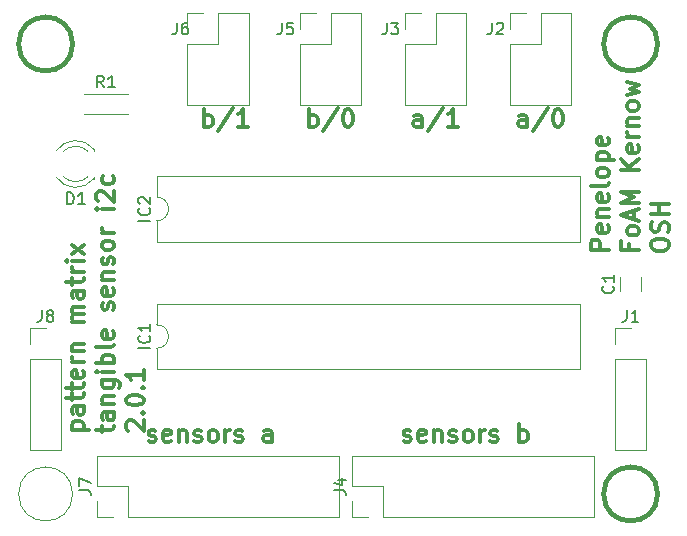
<source format=gto>
G04 #@! TF.FileFunction,Legend,Top*
%FSLAX46Y46*%
G04 Gerber Fmt 4.6, Leading zero omitted, Abs format (unit mm)*
G04 Created by KiCad (PCBNEW 4.0.6-e0-6349~53~ubuntu14.04.1) date Wed May 31 17:07:56 2017*
%MOMM*%
%LPD*%
G01*
G04 APERTURE LIST*
%ADD10C,0.100000*%
%ADD11C,0.300000*%
%ADD12C,0.120000*%
%ADD13C,0.381000*%
%ADD14C,0.150000*%
%ADD15C,0.254000*%
G04 APERTURE END LIST*
D10*
D11*
X225458571Y-144422857D02*
X223958571Y-144422857D01*
X223958571Y-143851429D01*
X224030000Y-143708571D01*
X224101429Y-143637143D01*
X224244286Y-143565714D01*
X224458571Y-143565714D01*
X224601429Y-143637143D01*
X224672857Y-143708571D01*
X224744286Y-143851429D01*
X224744286Y-144422857D01*
X225387143Y-142351429D02*
X225458571Y-142494286D01*
X225458571Y-142780000D01*
X225387143Y-142922857D01*
X225244286Y-142994286D01*
X224672857Y-142994286D01*
X224530000Y-142922857D01*
X224458571Y-142780000D01*
X224458571Y-142494286D01*
X224530000Y-142351429D01*
X224672857Y-142280000D01*
X224815714Y-142280000D01*
X224958571Y-142994286D01*
X224458571Y-141637143D02*
X225458571Y-141637143D01*
X224601429Y-141637143D02*
X224530000Y-141565715D01*
X224458571Y-141422857D01*
X224458571Y-141208572D01*
X224530000Y-141065715D01*
X224672857Y-140994286D01*
X225458571Y-140994286D01*
X225387143Y-139708572D02*
X225458571Y-139851429D01*
X225458571Y-140137143D01*
X225387143Y-140280000D01*
X225244286Y-140351429D01*
X224672857Y-140351429D01*
X224530000Y-140280000D01*
X224458571Y-140137143D01*
X224458571Y-139851429D01*
X224530000Y-139708572D01*
X224672857Y-139637143D01*
X224815714Y-139637143D01*
X224958571Y-140351429D01*
X225458571Y-138780000D02*
X225387143Y-138922858D01*
X225244286Y-138994286D01*
X223958571Y-138994286D01*
X225458571Y-137994286D02*
X225387143Y-138137144D01*
X225315714Y-138208572D01*
X225172857Y-138280001D01*
X224744286Y-138280001D01*
X224601429Y-138208572D01*
X224530000Y-138137144D01*
X224458571Y-137994286D01*
X224458571Y-137780001D01*
X224530000Y-137637144D01*
X224601429Y-137565715D01*
X224744286Y-137494286D01*
X225172857Y-137494286D01*
X225315714Y-137565715D01*
X225387143Y-137637144D01*
X225458571Y-137780001D01*
X225458571Y-137994286D01*
X224458571Y-136851429D02*
X225958571Y-136851429D01*
X224530000Y-136851429D02*
X224458571Y-136708572D01*
X224458571Y-136422858D01*
X224530000Y-136280001D01*
X224601429Y-136208572D01*
X224744286Y-136137143D01*
X225172857Y-136137143D01*
X225315714Y-136208572D01*
X225387143Y-136280001D01*
X225458571Y-136422858D01*
X225458571Y-136708572D01*
X225387143Y-136851429D01*
X225387143Y-134922858D02*
X225458571Y-135065715D01*
X225458571Y-135351429D01*
X225387143Y-135494286D01*
X225244286Y-135565715D01*
X224672857Y-135565715D01*
X224530000Y-135494286D01*
X224458571Y-135351429D01*
X224458571Y-135065715D01*
X224530000Y-134922858D01*
X224672857Y-134851429D01*
X224815714Y-134851429D01*
X224958571Y-135565715D01*
X227222857Y-143922857D02*
X227222857Y-144422857D01*
X228008571Y-144422857D02*
X226508571Y-144422857D01*
X226508571Y-143708571D01*
X228008571Y-142922857D02*
X227937143Y-143065715D01*
X227865714Y-143137143D01*
X227722857Y-143208572D01*
X227294286Y-143208572D01*
X227151429Y-143137143D01*
X227080000Y-143065715D01*
X227008571Y-142922857D01*
X227008571Y-142708572D01*
X227080000Y-142565715D01*
X227151429Y-142494286D01*
X227294286Y-142422857D01*
X227722857Y-142422857D01*
X227865714Y-142494286D01*
X227937143Y-142565715D01*
X228008571Y-142708572D01*
X228008571Y-142922857D01*
X227580000Y-141851429D02*
X227580000Y-141137143D01*
X228008571Y-141994286D02*
X226508571Y-141494286D01*
X228008571Y-140994286D01*
X228008571Y-140494286D02*
X226508571Y-140494286D01*
X227580000Y-139994286D01*
X226508571Y-139494286D01*
X228008571Y-139494286D01*
X228008571Y-137637143D02*
X226508571Y-137637143D01*
X228008571Y-136780000D02*
X227151429Y-137422857D01*
X226508571Y-136780000D02*
X227365714Y-137637143D01*
X227937143Y-135565715D02*
X228008571Y-135708572D01*
X228008571Y-135994286D01*
X227937143Y-136137143D01*
X227794286Y-136208572D01*
X227222857Y-136208572D01*
X227080000Y-136137143D01*
X227008571Y-135994286D01*
X227008571Y-135708572D01*
X227080000Y-135565715D01*
X227222857Y-135494286D01*
X227365714Y-135494286D01*
X227508571Y-136208572D01*
X228008571Y-134851429D02*
X227008571Y-134851429D01*
X227294286Y-134851429D02*
X227151429Y-134780001D01*
X227080000Y-134708572D01*
X227008571Y-134565715D01*
X227008571Y-134422858D01*
X227008571Y-133922858D02*
X228008571Y-133922858D01*
X227151429Y-133922858D02*
X227080000Y-133851430D01*
X227008571Y-133708572D01*
X227008571Y-133494287D01*
X227080000Y-133351430D01*
X227222857Y-133280001D01*
X228008571Y-133280001D01*
X228008571Y-132351429D02*
X227937143Y-132494287D01*
X227865714Y-132565715D01*
X227722857Y-132637144D01*
X227294286Y-132637144D01*
X227151429Y-132565715D01*
X227080000Y-132494287D01*
X227008571Y-132351429D01*
X227008571Y-132137144D01*
X227080000Y-131994287D01*
X227151429Y-131922858D01*
X227294286Y-131851429D01*
X227722857Y-131851429D01*
X227865714Y-131922858D01*
X227937143Y-131994287D01*
X228008571Y-132137144D01*
X228008571Y-132351429D01*
X227008571Y-131351429D02*
X228008571Y-131065715D01*
X227294286Y-130780001D01*
X228008571Y-130494286D01*
X227008571Y-130208572D01*
X229058571Y-144137143D02*
X229058571Y-143851429D01*
X229130000Y-143708571D01*
X229272857Y-143565714D01*
X229558571Y-143494286D01*
X230058571Y-143494286D01*
X230344286Y-143565714D01*
X230487143Y-143708571D01*
X230558571Y-143851429D01*
X230558571Y-144137143D01*
X230487143Y-144280000D01*
X230344286Y-144422857D01*
X230058571Y-144494286D01*
X229558571Y-144494286D01*
X229272857Y-144422857D01*
X229130000Y-144280000D01*
X229058571Y-144137143D01*
X230487143Y-142922857D02*
X230558571Y-142708571D01*
X230558571Y-142351428D01*
X230487143Y-142208571D01*
X230415714Y-142137142D01*
X230272857Y-142065714D01*
X230130000Y-142065714D01*
X229987143Y-142137142D01*
X229915714Y-142208571D01*
X229844286Y-142351428D01*
X229772857Y-142637142D01*
X229701429Y-142780000D01*
X229630000Y-142851428D01*
X229487143Y-142922857D01*
X229344286Y-142922857D01*
X229201429Y-142851428D01*
X229130000Y-142780000D01*
X229058571Y-142637142D01*
X229058571Y-142280000D01*
X229130000Y-142065714D01*
X230558571Y-141422857D02*
X229058571Y-141422857D01*
X229772857Y-141422857D02*
X229772857Y-140565714D01*
X230558571Y-140565714D02*
X229058571Y-140565714D01*
X180008571Y-159662857D02*
X181508571Y-159662857D01*
X180080000Y-159662857D02*
X180008571Y-159520000D01*
X180008571Y-159234286D01*
X180080000Y-159091429D01*
X180151429Y-159020000D01*
X180294286Y-158948571D01*
X180722857Y-158948571D01*
X180865714Y-159020000D01*
X180937143Y-159091429D01*
X181008571Y-159234286D01*
X181008571Y-159520000D01*
X180937143Y-159662857D01*
X181008571Y-157662857D02*
X180222857Y-157662857D01*
X180080000Y-157734286D01*
X180008571Y-157877143D01*
X180008571Y-158162857D01*
X180080000Y-158305714D01*
X180937143Y-157662857D02*
X181008571Y-157805714D01*
X181008571Y-158162857D01*
X180937143Y-158305714D01*
X180794286Y-158377143D01*
X180651429Y-158377143D01*
X180508571Y-158305714D01*
X180437143Y-158162857D01*
X180437143Y-157805714D01*
X180365714Y-157662857D01*
X180008571Y-157162857D02*
X180008571Y-156591428D01*
X179508571Y-156948571D02*
X180794286Y-156948571D01*
X180937143Y-156877143D01*
X181008571Y-156734285D01*
X181008571Y-156591428D01*
X180008571Y-156305714D02*
X180008571Y-155734285D01*
X179508571Y-156091428D02*
X180794286Y-156091428D01*
X180937143Y-156020000D01*
X181008571Y-155877142D01*
X181008571Y-155734285D01*
X180937143Y-154662857D02*
X181008571Y-154805714D01*
X181008571Y-155091428D01*
X180937143Y-155234285D01*
X180794286Y-155305714D01*
X180222857Y-155305714D01*
X180080000Y-155234285D01*
X180008571Y-155091428D01*
X180008571Y-154805714D01*
X180080000Y-154662857D01*
X180222857Y-154591428D01*
X180365714Y-154591428D01*
X180508571Y-155305714D01*
X181008571Y-153948571D02*
X180008571Y-153948571D01*
X180294286Y-153948571D02*
X180151429Y-153877143D01*
X180080000Y-153805714D01*
X180008571Y-153662857D01*
X180008571Y-153520000D01*
X180008571Y-153020000D02*
X181008571Y-153020000D01*
X180151429Y-153020000D02*
X180080000Y-152948572D01*
X180008571Y-152805714D01*
X180008571Y-152591429D01*
X180080000Y-152448572D01*
X180222857Y-152377143D01*
X181008571Y-152377143D01*
X181008571Y-150520000D02*
X180008571Y-150520000D01*
X180151429Y-150520000D02*
X180080000Y-150448572D01*
X180008571Y-150305714D01*
X180008571Y-150091429D01*
X180080000Y-149948572D01*
X180222857Y-149877143D01*
X181008571Y-149877143D01*
X180222857Y-149877143D02*
X180080000Y-149805714D01*
X180008571Y-149662857D01*
X180008571Y-149448572D01*
X180080000Y-149305714D01*
X180222857Y-149234286D01*
X181008571Y-149234286D01*
X181008571Y-147877143D02*
X180222857Y-147877143D01*
X180080000Y-147948572D01*
X180008571Y-148091429D01*
X180008571Y-148377143D01*
X180080000Y-148520000D01*
X180937143Y-147877143D02*
X181008571Y-148020000D01*
X181008571Y-148377143D01*
X180937143Y-148520000D01*
X180794286Y-148591429D01*
X180651429Y-148591429D01*
X180508571Y-148520000D01*
X180437143Y-148377143D01*
X180437143Y-148020000D01*
X180365714Y-147877143D01*
X180008571Y-147377143D02*
X180008571Y-146805714D01*
X179508571Y-147162857D02*
X180794286Y-147162857D01*
X180937143Y-147091429D01*
X181008571Y-146948571D01*
X181008571Y-146805714D01*
X181008571Y-146305714D02*
X180008571Y-146305714D01*
X180294286Y-146305714D02*
X180151429Y-146234286D01*
X180080000Y-146162857D01*
X180008571Y-146020000D01*
X180008571Y-145877143D01*
X181008571Y-145377143D02*
X180008571Y-145377143D01*
X179508571Y-145377143D02*
X179580000Y-145448572D01*
X179651429Y-145377143D01*
X179580000Y-145305715D01*
X179508571Y-145377143D01*
X179651429Y-145377143D01*
X181008571Y-144805714D02*
X180008571Y-144020000D01*
X180008571Y-144805714D02*
X181008571Y-144020000D01*
X182558571Y-159877143D02*
X182558571Y-159305714D01*
X182058571Y-159662857D02*
X183344286Y-159662857D01*
X183487143Y-159591429D01*
X183558571Y-159448571D01*
X183558571Y-159305714D01*
X183558571Y-158162857D02*
X182772857Y-158162857D01*
X182630000Y-158234286D01*
X182558571Y-158377143D01*
X182558571Y-158662857D01*
X182630000Y-158805714D01*
X183487143Y-158162857D02*
X183558571Y-158305714D01*
X183558571Y-158662857D01*
X183487143Y-158805714D01*
X183344286Y-158877143D01*
X183201429Y-158877143D01*
X183058571Y-158805714D01*
X182987143Y-158662857D01*
X182987143Y-158305714D01*
X182915714Y-158162857D01*
X182558571Y-157448571D02*
X183558571Y-157448571D01*
X182701429Y-157448571D02*
X182630000Y-157377143D01*
X182558571Y-157234285D01*
X182558571Y-157020000D01*
X182630000Y-156877143D01*
X182772857Y-156805714D01*
X183558571Y-156805714D01*
X182558571Y-155448571D02*
X183772857Y-155448571D01*
X183915714Y-155520000D01*
X183987143Y-155591428D01*
X184058571Y-155734285D01*
X184058571Y-155948571D01*
X183987143Y-156091428D01*
X183487143Y-155448571D02*
X183558571Y-155591428D01*
X183558571Y-155877142D01*
X183487143Y-156020000D01*
X183415714Y-156091428D01*
X183272857Y-156162857D01*
X182844286Y-156162857D01*
X182701429Y-156091428D01*
X182630000Y-156020000D01*
X182558571Y-155877142D01*
X182558571Y-155591428D01*
X182630000Y-155448571D01*
X183558571Y-154734285D02*
X182558571Y-154734285D01*
X182058571Y-154734285D02*
X182130000Y-154805714D01*
X182201429Y-154734285D01*
X182130000Y-154662857D01*
X182058571Y-154734285D01*
X182201429Y-154734285D01*
X183558571Y-154019999D02*
X182058571Y-154019999D01*
X182630000Y-154019999D02*
X182558571Y-153877142D01*
X182558571Y-153591428D01*
X182630000Y-153448571D01*
X182701429Y-153377142D01*
X182844286Y-153305713D01*
X183272857Y-153305713D01*
X183415714Y-153377142D01*
X183487143Y-153448571D01*
X183558571Y-153591428D01*
X183558571Y-153877142D01*
X183487143Y-154019999D01*
X183558571Y-152448570D02*
X183487143Y-152591428D01*
X183344286Y-152662856D01*
X182058571Y-152662856D01*
X183487143Y-151305714D02*
X183558571Y-151448571D01*
X183558571Y-151734285D01*
X183487143Y-151877142D01*
X183344286Y-151948571D01*
X182772857Y-151948571D01*
X182630000Y-151877142D01*
X182558571Y-151734285D01*
X182558571Y-151448571D01*
X182630000Y-151305714D01*
X182772857Y-151234285D01*
X182915714Y-151234285D01*
X183058571Y-151948571D01*
X183487143Y-149520000D02*
X183558571Y-149377143D01*
X183558571Y-149091428D01*
X183487143Y-148948571D01*
X183344286Y-148877143D01*
X183272857Y-148877143D01*
X183130000Y-148948571D01*
X183058571Y-149091428D01*
X183058571Y-149305714D01*
X182987143Y-149448571D01*
X182844286Y-149520000D01*
X182772857Y-149520000D01*
X182630000Y-149448571D01*
X182558571Y-149305714D01*
X182558571Y-149091428D01*
X182630000Y-148948571D01*
X183487143Y-147662857D02*
X183558571Y-147805714D01*
X183558571Y-148091428D01*
X183487143Y-148234285D01*
X183344286Y-148305714D01*
X182772857Y-148305714D01*
X182630000Y-148234285D01*
X182558571Y-148091428D01*
X182558571Y-147805714D01*
X182630000Y-147662857D01*
X182772857Y-147591428D01*
X182915714Y-147591428D01*
X183058571Y-148305714D01*
X182558571Y-146948571D02*
X183558571Y-146948571D01*
X182701429Y-146948571D02*
X182630000Y-146877143D01*
X182558571Y-146734285D01*
X182558571Y-146520000D01*
X182630000Y-146377143D01*
X182772857Y-146305714D01*
X183558571Y-146305714D01*
X183487143Y-145662857D02*
X183558571Y-145520000D01*
X183558571Y-145234285D01*
X183487143Y-145091428D01*
X183344286Y-145020000D01*
X183272857Y-145020000D01*
X183130000Y-145091428D01*
X183058571Y-145234285D01*
X183058571Y-145448571D01*
X182987143Y-145591428D01*
X182844286Y-145662857D01*
X182772857Y-145662857D01*
X182630000Y-145591428D01*
X182558571Y-145448571D01*
X182558571Y-145234285D01*
X182630000Y-145091428D01*
X183558571Y-144162856D02*
X183487143Y-144305714D01*
X183415714Y-144377142D01*
X183272857Y-144448571D01*
X182844286Y-144448571D01*
X182701429Y-144377142D01*
X182630000Y-144305714D01*
X182558571Y-144162856D01*
X182558571Y-143948571D01*
X182630000Y-143805714D01*
X182701429Y-143734285D01*
X182844286Y-143662856D01*
X183272857Y-143662856D01*
X183415714Y-143734285D01*
X183487143Y-143805714D01*
X183558571Y-143948571D01*
X183558571Y-144162856D01*
X183558571Y-143019999D02*
X182558571Y-143019999D01*
X182844286Y-143019999D02*
X182701429Y-142948571D01*
X182630000Y-142877142D01*
X182558571Y-142734285D01*
X182558571Y-142591428D01*
X183558571Y-140948571D02*
X182558571Y-140948571D01*
X182058571Y-140948571D02*
X182130000Y-141020000D01*
X182201429Y-140948571D01*
X182130000Y-140877143D01*
X182058571Y-140948571D01*
X182201429Y-140948571D01*
X182201429Y-140305714D02*
X182130000Y-140234285D01*
X182058571Y-140091428D01*
X182058571Y-139734285D01*
X182130000Y-139591428D01*
X182201429Y-139519999D01*
X182344286Y-139448571D01*
X182487143Y-139448571D01*
X182701429Y-139519999D01*
X183558571Y-140377142D01*
X183558571Y-139448571D01*
X183487143Y-138162857D02*
X183558571Y-138305714D01*
X183558571Y-138591428D01*
X183487143Y-138734286D01*
X183415714Y-138805714D01*
X183272857Y-138877143D01*
X182844286Y-138877143D01*
X182701429Y-138805714D01*
X182630000Y-138734286D01*
X182558571Y-138591428D01*
X182558571Y-138305714D01*
X182630000Y-138162857D01*
X184751429Y-159734286D02*
X184680000Y-159662857D01*
X184608571Y-159520000D01*
X184608571Y-159162857D01*
X184680000Y-159020000D01*
X184751429Y-158948571D01*
X184894286Y-158877143D01*
X185037143Y-158877143D01*
X185251429Y-158948571D01*
X186108571Y-159805714D01*
X186108571Y-158877143D01*
X185965714Y-158234286D02*
X186037143Y-158162858D01*
X186108571Y-158234286D01*
X186037143Y-158305715D01*
X185965714Y-158234286D01*
X186108571Y-158234286D01*
X184608571Y-157234286D02*
X184608571Y-157091429D01*
X184680000Y-156948572D01*
X184751429Y-156877143D01*
X184894286Y-156805714D01*
X185180000Y-156734286D01*
X185537143Y-156734286D01*
X185822857Y-156805714D01*
X185965714Y-156877143D01*
X186037143Y-156948572D01*
X186108571Y-157091429D01*
X186108571Y-157234286D01*
X186037143Y-157377143D01*
X185965714Y-157448572D01*
X185822857Y-157520000D01*
X185537143Y-157591429D01*
X185180000Y-157591429D01*
X184894286Y-157520000D01*
X184751429Y-157448572D01*
X184680000Y-157377143D01*
X184608571Y-157234286D01*
X185965714Y-156091429D02*
X186037143Y-156020001D01*
X186108571Y-156091429D01*
X186037143Y-156162858D01*
X185965714Y-156091429D01*
X186108571Y-156091429D01*
X186108571Y-154591429D02*
X186108571Y-155448572D01*
X186108571Y-155020000D02*
X184608571Y-155020000D01*
X184822857Y-155162857D01*
X184965714Y-155305715D01*
X185037143Y-155448572D01*
X186520000Y-160627143D02*
X186662857Y-160698571D01*
X186948572Y-160698571D01*
X187091429Y-160627143D01*
X187162857Y-160484286D01*
X187162857Y-160412857D01*
X187091429Y-160270000D01*
X186948572Y-160198571D01*
X186734286Y-160198571D01*
X186591429Y-160127143D01*
X186520000Y-159984286D01*
X186520000Y-159912857D01*
X186591429Y-159770000D01*
X186734286Y-159698571D01*
X186948572Y-159698571D01*
X187091429Y-159770000D01*
X188377143Y-160627143D02*
X188234286Y-160698571D01*
X187948572Y-160698571D01*
X187805715Y-160627143D01*
X187734286Y-160484286D01*
X187734286Y-159912857D01*
X187805715Y-159770000D01*
X187948572Y-159698571D01*
X188234286Y-159698571D01*
X188377143Y-159770000D01*
X188448572Y-159912857D01*
X188448572Y-160055714D01*
X187734286Y-160198571D01*
X189091429Y-159698571D02*
X189091429Y-160698571D01*
X189091429Y-159841429D02*
X189162857Y-159770000D01*
X189305715Y-159698571D01*
X189520000Y-159698571D01*
X189662857Y-159770000D01*
X189734286Y-159912857D01*
X189734286Y-160698571D01*
X190377143Y-160627143D02*
X190520000Y-160698571D01*
X190805715Y-160698571D01*
X190948572Y-160627143D01*
X191020000Y-160484286D01*
X191020000Y-160412857D01*
X190948572Y-160270000D01*
X190805715Y-160198571D01*
X190591429Y-160198571D01*
X190448572Y-160127143D01*
X190377143Y-159984286D01*
X190377143Y-159912857D01*
X190448572Y-159770000D01*
X190591429Y-159698571D01*
X190805715Y-159698571D01*
X190948572Y-159770000D01*
X191877144Y-160698571D02*
X191734286Y-160627143D01*
X191662858Y-160555714D01*
X191591429Y-160412857D01*
X191591429Y-159984286D01*
X191662858Y-159841429D01*
X191734286Y-159770000D01*
X191877144Y-159698571D01*
X192091429Y-159698571D01*
X192234286Y-159770000D01*
X192305715Y-159841429D01*
X192377144Y-159984286D01*
X192377144Y-160412857D01*
X192305715Y-160555714D01*
X192234286Y-160627143D01*
X192091429Y-160698571D01*
X191877144Y-160698571D01*
X193020001Y-160698571D02*
X193020001Y-159698571D01*
X193020001Y-159984286D02*
X193091429Y-159841429D01*
X193162858Y-159770000D01*
X193305715Y-159698571D01*
X193448572Y-159698571D01*
X193877143Y-160627143D02*
X194020000Y-160698571D01*
X194305715Y-160698571D01*
X194448572Y-160627143D01*
X194520000Y-160484286D01*
X194520000Y-160412857D01*
X194448572Y-160270000D01*
X194305715Y-160198571D01*
X194091429Y-160198571D01*
X193948572Y-160127143D01*
X193877143Y-159984286D01*
X193877143Y-159912857D01*
X193948572Y-159770000D01*
X194091429Y-159698571D01*
X194305715Y-159698571D01*
X194448572Y-159770000D01*
X196948572Y-160698571D02*
X196948572Y-159912857D01*
X196877143Y-159770000D01*
X196734286Y-159698571D01*
X196448572Y-159698571D01*
X196305715Y-159770000D01*
X196948572Y-160627143D02*
X196805715Y-160698571D01*
X196448572Y-160698571D01*
X196305715Y-160627143D01*
X196234286Y-160484286D01*
X196234286Y-160341429D01*
X196305715Y-160198571D01*
X196448572Y-160127143D01*
X196805715Y-160127143D01*
X196948572Y-160055714D01*
X208110000Y-160627143D02*
X208252857Y-160698571D01*
X208538572Y-160698571D01*
X208681429Y-160627143D01*
X208752857Y-160484286D01*
X208752857Y-160412857D01*
X208681429Y-160270000D01*
X208538572Y-160198571D01*
X208324286Y-160198571D01*
X208181429Y-160127143D01*
X208110000Y-159984286D01*
X208110000Y-159912857D01*
X208181429Y-159770000D01*
X208324286Y-159698571D01*
X208538572Y-159698571D01*
X208681429Y-159770000D01*
X209967143Y-160627143D02*
X209824286Y-160698571D01*
X209538572Y-160698571D01*
X209395715Y-160627143D01*
X209324286Y-160484286D01*
X209324286Y-159912857D01*
X209395715Y-159770000D01*
X209538572Y-159698571D01*
X209824286Y-159698571D01*
X209967143Y-159770000D01*
X210038572Y-159912857D01*
X210038572Y-160055714D01*
X209324286Y-160198571D01*
X210681429Y-159698571D02*
X210681429Y-160698571D01*
X210681429Y-159841429D02*
X210752857Y-159770000D01*
X210895715Y-159698571D01*
X211110000Y-159698571D01*
X211252857Y-159770000D01*
X211324286Y-159912857D01*
X211324286Y-160698571D01*
X211967143Y-160627143D02*
X212110000Y-160698571D01*
X212395715Y-160698571D01*
X212538572Y-160627143D01*
X212610000Y-160484286D01*
X212610000Y-160412857D01*
X212538572Y-160270000D01*
X212395715Y-160198571D01*
X212181429Y-160198571D01*
X212038572Y-160127143D01*
X211967143Y-159984286D01*
X211967143Y-159912857D01*
X212038572Y-159770000D01*
X212181429Y-159698571D01*
X212395715Y-159698571D01*
X212538572Y-159770000D01*
X213467144Y-160698571D02*
X213324286Y-160627143D01*
X213252858Y-160555714D01*
X213181429Y-160412857D01*
X213181429Y-159984286D01*
X213252858Y-159841429D01*
X213324286Y-159770000D01*
X213467144Y-159698571D01*
X213681429Y-159698571D01*
X213824286Y-159770000D01*
X213895715Y-159841429D01*
X213967144Y-159984286D01*
X213967144Y-160412857D01*
X213895715Y-160555714D01*
X213824286Y-160627143D01*
X213681429Y-160698571D01*
X213467144Y-160698571D01*
X214610001Y-160698571D02*
X214610001Y-159698571D01*
X214610001Y-159984286D02*
X214681429Y-159841429D01*
X214752858Y-159770000D01*
X214895715Y-159698571D01*
X215038572Y-159698571D01*
X215467143Y-160627143D02*
X215610000Y-160698571D01*
X215895715Y-160698571D01*
X216038572Y-160627143D01*
X216110000Y-160484286D01*
X216110000Y-160412857D01*
X216038572Y-160270000D01*
X215895715Y-160198571D01*
X215681429Y-160198571D01*
X215538572Y-160127143D01*
X215467143Y-159984286D01*
X215467143Y-159912857D01*
X215538572Y-159770000D01*
X215681429Y-159698571D01*
X215895715Y-159698571D01*
X216038572Y-159770000D01*
X217895715Y-160698571D02*
X217895715Y-159198571D01*
X217895715Y-159770000D02*
X218038572Y-159698571D01*
X218324286Y-159698571D01*
X218467143Y-159770000D01*
X218538572Y-159841429D01*
X218610001Y-159984286D01*
X218610001Y-160412857D01*
X218538572Y-160555714D01*
X218467143Y-160627143D01*
X218324286Y-160698571D01*
X218038572Y-160698571D01*
X217895715Y-160627143D01*
X191218572Y-134028571D02*
X191218572Y-132528571D01*
X191218572Y-133100000D02*
X191361429Y-133028571D01*
X191647143Y-133028571D01*
X191790000Y-133100000D01*
X191861429Y-133171429D01*
X191932858Y-133314286D01*
X191932858Y-133742857D01*
X191861429Y-133885714D01*
X191790000Y-133957143D01*
X191647143Y-134028571D01*
X191361429Y-134028571D01*
X191218572Y-133957143D01*
X193647143Y-132457143D02*
X192361429Y-134385714D01*
X194932858Y-134028571D02*
X194075715Y-134028571D01*
X194504287Y-134028571D02*
X194504287Y-132528571D01*
X194361430Y-132742857D01*
X194218572Y-132885714D01*
X194075715Y-132957143D01*
X200108572Y-134028571D02*
X200108572Y-132528571D01*
X200108572Y-133100000D02*
X200251429Y-133028571D01*
X200537143Y-133028571D01*
X200680000Y-133100000D01*
X200751429Y-133171429D01*
X200822858Y-133314286D01*
X200822858Y-133742857D01*
X200751429Y-133885714D01*
X200680000Y-133957143D01*
X200537143Y-134028571D01*
X200251429Y-134028571D01*
X200108572Y-133957143D01*
X202537143Y-132457143D02*
X201251429Y-134385714D01*
X203322858Y-132528571D02*
X203465715Y-132528571D01*
X203608572Y-132600000D01*
X203680001Y-132671429D01*
X203751430Y-132814286D01*
X203822858Y-133100000D01*
X203822858Y-133457143D01*
X203751430Y-133742857D01*
X203680001Y-133885714D01*
X203608572Y-133957143D01*
X203465715Y-134028571D01*
X203322858Y-134028571D01*
X203180001Y-133957143D01*
X203108572Y-133885714D01*
X203037144Y-133742857D01*
X202965715Y-133457143D01*
X202965715Y-133100000D01*
X203037144Y-132814286D01*
X203108572Y-132671429D01*
X203180001Y-132600000D01*
X203322858Y-132528571D01*
X209641429Y-134028571D02*
X209641429Y-133242857D01*
X209570000Y-133100000D01*
X209427143Y-133028571D01*
X209141429Y-133028571D01*
X208998572Y-133100000D01*
X209641429Y-133957143D02*
X209498572Y-134028571D01*
X209141429Y-134028571D01*
X208998572Y-133957143D01*
X208927143Y-133814286D01*
X208927143Y-133671429D01*
X208998572Y-133528571D01*
X209141429Y-133457143D01*
X209498572Y-133457143D01*
X209641429Y-133385714D01*
X211427143Y-132457143D02*
X210141429Y-134385714D01*
X212712858Y-134028571D02*
X211855715Y-134028571D01*
X212284287Y-134028571D02*
X212284287Y-132528571D01*
X212141430Y-132742857D01*
X211998572Y-132885714D01*
X211855715Y-132957143D01*
X218531429Y-134028571D02*
X218531429Y-133242857D01*
X218460000Y-133100000D01*
X218317143Y-133028571D01*
X218031429Y-133028571D01*
X217888572Y-133100000D01*
X218531429Y-133957143D02*
X218388572Y-134028571D01*
X218031429Y-134028571D01*
X217888572Y-133957143D01*
X217817143Y-133814286D01*
X217817143Y-133671429D01*
X217888572Y-133528571D01*
X218031429Y-133457143D01*
X218388572Y-133457143D01*
X218531429Y-133385714D01*
X220317143Y-132457143D02*
X219031429Y-134385714D01*
X221102858Y-132528571D02*
X221245715Y-132528571D01*
X221388572Y-132600000D01*
X221460001Y-132671429D01*
X221531430Y-132814286D01*
X221602858Y-133100000D01*
X221602858Y-133457143D01*
X221531430Y-133742857D01*
X221460001Y-133885714D01*
X221388572Y-133957143D01*
X221245715Y-134028571D01*
X221102858Y-134028571D01*
X220960001Y-133957143D01*
X220888572Y-133885714D01*
X220817144Y-133742857D01*
X220745715Y-133457143D01*
X220745715Y-133100000D01*
X220817144Y-132814286D01*
X220888572Y-132671429D01*
X220960001Y-132600000D01*
X221102858Y-132528571D01*
D12*
X181020000Y-131220000D02*
X184740000Y-131220000D01*
X181020000Y-132940000D02*
X184740000Y-132940000D01*
X178667665Y-138238608D02*
G75*
G03X181900000Y-138395516I1672335J1078608D01*
G01*
X178667665Y-136081392D02*
G75*
G02X181900000Y-135924484I1672335J-1078608D01*
G01*
X179298870Y-138239837D02*
G75*
G03X181380961Y-138240000I1041130J1079837D01*
G01*
X179298870Y-136080163D02*
G75*
G02X181380961Y-136080000I1041130J-1079837D01*
G01*
X181900000Y-138396000D02*
X181900000Y-138240000D01*
X181900000Y-136080000D02*
X181900000Y-135924000D01*
D13*
X180086000Y-127000000D02*
G75*
G03X180086000Y-127000000I-2286000J0D01*
G01*
X229616000Y-127000000D02*
G75*
G03X229616000Y-127000000I-2286000J0D01*
G01*
X229616000Y-165100000D02*
G75*
G03X229616000Y-165100000I-2286000J0D01*
G01*
D12*
X187205000Y-152765000D02*
X187205000Y-154535000D01*
X187205000Y-154535000D02*
X223005000Y-154535000D01*
X223005000Y-154535000D02*
X223005000Y-148995000D01*
X223005000Y-148995000D02*
X187205000Y-148995000D01*
X187205000Y-148995000D02*
X187205000Y-150765000D01*
X187205000Y-150765000D02*
G75*
G02X187205000Y-152765000I0J-1000000D01*
G01*
X187205000Y-141970000D02*
X187205000Y-143740000D01*
X187205000Y-143740000D02*
X223005000Y-143740000D01*
X223005000Y-143740000D02*
X223005000Y-138200000D01*
X223005000Y-138200000D02*
X187205000Y-138200000D01*
X187205000Y-138200000D02*
X187205000Y-139970000D01*
X187205000Y-139970000D02*
G75*
G02X187205000Y-141970000I0J-1000000D01*
G01*
X226469000Y-147927000D02*
X226469000Y-146753000D01*
X228191000Y-147927000D02*
X228191000Y-146753000D01*
X180086000Y-165100000D02*
G75*
G03X180086000Y-165100000I-2286000J0D01*
G01*
X217110000Y-127000000D02*
X217110000Y-132140000D01*
X217110000Y-132140000D02*
X222310000Y-132140000D01*
X222310000Y-132140000D02*
X222310000Y-124400000D01*
X222310000Y-124400000D02*
X219710000Y-124400000D01*
X219710000Y-124400000D02*
X219710000Y-127000000D01*
X219710000Y-127000000D02*
X217110000Y-127000000D01*
X217110000Y-125730000D02*
X217110000Y-124400000D01*
X217110000Y-124400000D02*
X218440000Y-124400000D01*
X208220000Y-127000000D02*
X208220000Y-132140000D01*
X208220000Y-132140000D02*
X213420000Y-132140000D01*
X213420000Y-132140000D02*
X213420000Y-124400000D01*
X213420000Y-124400000D02*
X210820000Y-124400000D01*
X210820000Y-124400000D02*
X210820000Y-127000000D01*
X210820000Y-127000000D02*
X208220000Y-127000000D01*
X208220000Y-125730000D02*
X208220000Y-124400000D01*
X208220000Y-124400000D02*
X209550000Y-124400000D01*
X206375000Y-167065000D02*
X224215000Y-167065000D01*
X224215000Y-167065000D02*
X224215000Y-161865000D01*
X224215000Y-161865000D02*
X203775000Y-161865000D01*
X203775000Y-161865000D02*
X203775000Y-164465000D01*
X203775000Y-164465000D02*
X206375000Y-164465000D01*
X206375000Y-164465000D02*
X206375000Y-167065000D01*
X205105000Y-167065000D02*
X203775000Y-167065000D01*
X203775000Y-167065000D02*
X203775000Y-165735000D01*
X199330000Y-127000000D02*
X199330000Y-132140000D01*
X199330000Y-132140000D02*
X204530000Y-132140000D01*
X204530000Y-132140000D02*
X204530000Y-124400000D01*
X204530000Y-124400000D02*
X201930000Y-124400000D01*
X201930000Y-124400000D02*
X201930000Y-127000000D01*
X201930000Y-127000000D02*
X199330000Y-127000000D01*
X199330000Y-125730000D02*
X199330000Y-124400000D01*
X199330000Y-124400000D02*
X200660000Y-124400000D01*
X189805000Y-127000000D02*
X189805000Y-132140000D01*
X189805000Y-132140000D02*
X195005000Y-132140000D01*
X195005000Y-132140000D02*
X195005000Y-124400000D01*
X195005000Y-124400000D02*
X192405000Y-124400000D01*
X192405000Y-124400000D02*
X192405000Y-127000000D01*
X192405000Y-127000000D02*
X189805000Y-127000000D01*
X189805000Y-125730000D02*
X189805000Y-124400000D01*
X189805000Y-124400000D02*
X191135000Y-124400000D01*
X184785000Y-167065000D02*
X202625000Y-167065000D01*
X202625000Y-167065000D02*
X202625000Y-161865000D01*
X202625000Y-161865000D02*
X182185000Y-161865000D01*
X182185000Y-161865000D02*
X182185000Y-164465000D01*
X182185000Y-164465000D02*
X184785000Y-164465000D01*
X184785000Y-164465000D02*
X184785000Y-167065000D01*
X183515000Y-167065000D02*
X182185000Y-167065000D01*
X182185000Y-167065000D02*
X182185000Y-165735000D01*
X226000000Y-153670000D02*
X226000000Y-161350000D01*
X226000000Y-161350000D02*
X228660000Y-161350000D01*
X228660000Y-161350000D02*
X228660000Y-153670000D01*
X228660000Y-153670000D02*
X226000000Y-153670000D01*
X226000000Y-152400000D02*
X226000000Y-151070000D01*
X226000000Y-151070000D02*
X227330000Y-151070000D01*
X176470000Y-153670000D02*
X176470000Y-161350000D01*
X176470000Y-161350000D02*
X179130000Y-161350000D01*
X179130000Y-161350000D02*
X179130000Y-153670000D01*
X179130000Y-153670000D02*
X176470000Y-153670000D01*
X176470000Y-152400000D02*
X176470000Y-151070000D01*
X176470000Y-151070000D02*
X177800000Y-151070000D01*
D14*
X182713334Y-130672381D02*
X182380000Y-130196190D01*
X182141905Y-130672381D02*
X182141905Y-129672381D01*
X182522858Y-129672381D01*
X182618096Y-129720000D01*
X182665715Y-129767619D01*
X182713334Y-129862857D01*
X182713334Y-130005714D01*
X182665715Y-130100952D01*
X182618096Y-130148571D01*
X182522858Y-130196190D01*
X182141905Y-130196190D01*
X183665715Y-130672381D02*
X183094286Y-130672381D01*
X183380000Y-130672381D02*
X183380000Y-129672381D01*
X183284762Y-129815238D01*
X183189524Y-129910476D01*
X183094286Y-129958095D01*
X179601905Y-140572381D02*
X179601905Y-139572381D01*
X179840000Y-139572381D01*
X179982858Y-139620000D01*
X180078096Y-139715238D01*
X180125715Y-139810476D01*
X180173334Y-140000952D01*
X180173334Y-140143810D01*
X180125715Y-140334286D01*
X180078096Y-140429524D01*
X179982858Y-140524762D01*
X179840000Y-140572381D01*
X179601905Y-140572381D01*
X181125715Y-140572381D02*
X180554286Y-140572381D01*
X180840000Y-140572381D02*
X180840000Y-139572381D01*
X180744762Y-139715238D01*
X180649524Y-139810476D01*
X180554286Y-139858095D01*
D15*
D14*
X186657381Y-152741190D02*
X185657381Y-152741190D01*
X186562143Y-151693571D02*
X186609762Y-151741190D01*
X186657381Y-151884047D01*
X186657381Y-151979285D01*
X186609762Y-152122143D01*
X186514524Y-152217381D01*
X186419286Y-152265000D01*
X186228810Y-152312619D01*
X186085952Y-152312619D01*
X185895476Y-152265000D01*
X185800238Y-152217381D01*
X185705000Y-152122143D01*
X185657381Y-151979285D01*
X185657381Y-151884047D01*
X185705000Y-151741190D01*
X185752619Y-151693571D01*
X186657381Y-150741190D02*
X186657381Y-151312619D01*
X186657381Y-151026905D02*
X185657381Y-151026905D01*
X185800238Y-151122143D01*
X185895476Y-151217381D01*
X185943095Y-151312619D01*
X186657381Y-141946190D02*
X185657381Y-141946190D01*
X186562143Y-140898571D02*
X186609762Y-140946190D01*
X186657381Y-141089047D01*
X186657381Y-141184285D01*
X186609762Y-141327143D01*
X186514524Y-141422381D01*
X186419286Y-141470000D01*
X186228810Y-141517619D01*
X186085952Y-141517619D01*
X185895476Y-141470000D01*
X185800238Y-141422381D01*
X185705000Y-141327143D01*
X185657381Y-141184285D01*
X185657381Y-141089047D01*
X185705000Y-140946190D01*
X185752619Y-140898571D01*
X185752619Y-140517619D02*
X185705000Y-140470000D01*
X185657381Y-140374762D01*
X185657381Y-140136666D01*
X185705000Y-140041428D01*
X185752619Y-139993809D01*
X185847857Y-139946190D01*
X185943095Y-139946190D01*
X186085952Y-139993809D01*
X186657381Y-140565238D01*
X186657381Y-139946190D01*
X225827143Y-147506666D02*
X225874762Y-147554285D01*
X225922381Y-147697142D01*
X225922381Y-147792380D01*
X225874762Y-147935238D01*
X225779524Y-148030476D01*
X225684286Y-148078095D01*
X225493810Y-148125714D01*
X225350952Y-148125714D01*
X225160476Y-148078095D01*
X225065238Y-148030476D01*
X224970000Y-147935238D01*
X224922381Y-147792380D01*
X224922381Y-147697142D01*
X224970000Y-147554285D01*
X225017619Y-147506666D01*
X225922381Y-146554285D02*
X225922381Y-147125714D01*
X225922381Y-146840000D02*
X224922381Y-146840000D01*
X225065238Y-146935238D01*
X225160476Y-147030476D01*
X225208095Y-147125714D01*
X215566667Y-125182381D02*
X215566667Y-125896667D01*
X215519047Y-126039524D01*
X215423809Y-126134762D01*
X215280952Y-126182381D01*
X215185714Y-126182381D01*
X215995238Y-125277619D02*
X216042857Y-125230000D01*
X216138095Y-125182381D01*
X216376191Y-125182381D01*
X216471429Y-125230000D01*
X216519048Y-125277619D01*
X216566667Y-125372857D01*
X216566667Y-125468095D01*
X216519048Y-125610952D01*
X215947619Y-126182381D01*
X216566667Y-126182381D01*
X206676667Y-125182381D02*
X206676667Y-125896667D01*
X206629047Y-126039524D01*
X206533809Y-126134762D01*
X206390952Y-126182381D01*
X206295714Y-126182381D01*
X207057619Y-125182381D02*
X207676667Y-125182381D01*
X207343333Y-125563333D01*
X207486191Y-125563333D01*
X207581429Y-125610952D01*
X207629048Y-125658571D01*
X207676667Y-125753810D01*
X207676667Y-125991905D01*
X207629048Y-126087143D01*
X207581429Y-126134762D01*
X207486191Y-126182381D01*
X207200476Y-126182381D01*
X207105238Y-126134762D01*
X207057619Y-126087143D01*
X202227381Y-164798333D02*
X202941667Y-164798333D01*
X203084524Y-164845953D01*
X203179762Y-164941191D01*
X203227381Y-165084048D01*
X203227381Y-165179286D01*
X202560714Y-163893571D02*
X203227381Y-163893571D01*
X202179762Y-164131667D02*
X202894048Y-164369762D01*
X202894048Y-163750714D01*
X197786667Y-125182381D02*
X197786667Y-125896667D01*
X197739047Y-126039524D01*
X197643809Y-126134762D01*
X197500952Y-126182381D01*
X197405714Y-126182381D01*
X198739048Y-125182381D02*
X198262857Y-125182381D01*
X198215238Y-125658571D01*
X198262857Y-125610952D01*
X198358095Y-125563333D01*
X198596191Y-125563333D01*
X198691429Y-125610952D01*
X198739048Y-125658571D01*
X198786667Y-125753810D01*
X198786667Y-125991905D01*
X198739048Y-126087143D01*
X198691429Y-126134762D01*
X198596191Y-126182381D01*
X198358095Y-126182381D01*
X198262857Y-126134762D01*
X198215238Y-126087143D01*
X188896667Y-125182381D02*
X188896667Y-125896667D01*
X188849047Y-126039524D01*
X188753809Y-126134762D01*
X188610952Y-126182381D01*
X188515714Y-126182381D01*
X189801429Y-125182381D02*
X189610952Y-125182381D01*
X189515714Y-125230000D01*
X189468095Y-125277619D01*
X189372857Y-125420476D01*
X189325238Y-125610952D01*
X189325238Y-125991905D01*
X189372857Y-126087143D01*
X189420476Y-126134762D01*
X189515714Y-126182381D01*
X189706191Y-126182381D01*
X189801429Y-126134762D01*
X189849048Y-126087143D01*
X189896667Y-125991905D01*
X189896667Y-125753810D01*
X189849048Y-125658571D01*
X189801429Y-125610952D01*
X189706191Y-125563333D01*
X189515714Y-125563333D01*
X189420476Y-125610952D01*
X189372857Y-125658571D01*
X189325238Y-125753810D01*
X180637381Y-164798333D02*
X181351667Y-164798333D01*
X181494524Y-164845953D01*
X181589762Y-164941191D01*
X181637381Y-165084048D01*
X181637381Y-165179286D01*
X180637381Y-164417381D02*
X180637381Y-163750714D01*
X181637381Y-164179286D01*
X226996667Y-149522381D02*
X226996667Y-150236667D01*
X226949047Y-150379524D01*
X226853809Y-150474762D01*
X226710952Y-150522381D01*
X226615714Y-150522381D01*
X227996667Y-150522381D02*
X227425238Y-150522381D01*
X227710952Y-150522381D02*
X227710952Y-149522381D01*
X227615714Y-149665238D01*
X227520476Y-149760476D01*
X227425238Y-149808095D01*
X177466667Y-149522381D02*
X177466667Y-150236667D01*
X177419047Y-150379524D01*
X177323809Y-150474762D01*
X177180952Y-150522381D01*
X177085714Y-150522381D01*
X178085714Y-149950952D02*
X177990476Y-149903333D01*
X177942857Y-149855714D01*
X177895238Y-149760476D01*
X177895238Y-149712857D01*
X177942857Y-149617619D01*
X177990476Y-149570000D01*
X178085714Y-149522381D01*
X178276191Y-149522381D01*
X178371429Y-149570000D01*
X178419048Y-149617619D01*
X178466667Y-149712857D01*
X178466667Y-149760476D01*
X178419048Y-149855714D01*
X178371429Y-149903333D01*
X178276191Y-149950952D01*
X178085714Y-149950952D01*
X177990476Y-149998571D01*
X177942857Y-150046190D01*
X177895238Y-150141429D01*
X177895238Y-150331905D01*
X177942857Y-150427143D01*
X177990476Y-150474762D01*
X178085714Y-150522381D01*
X178276191Y-150522381D01*
X178371429Y-150474762D01*
X178419048Y-150427143D01*
X178466667Y-150331905D01*
X178466667Y-150141429D01*
X178419048Y-150046190D01*
X178371429Y-149998571D01*
X178276191Y-149950952D01*
M02*

</source>
